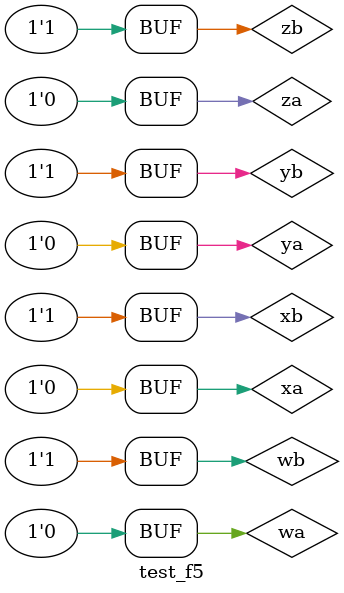
<source format=v>


module f5a ( output s,
input X,
input Y,
input W,
input Z );

// Teste descrito por expressao

assign s = (X | ~Y | W | Z) & (~X | Y | W | Z) & (~X | Y | W | ~Z) & (~X | Y | ~W | Z) & (~X | ~Y | W | Z);
endmodule // f5a

module f5b ( output s,
input X,
input Y,
input W,
input Z );

// Teste descrito por expressao

assign s = (~Y | W | Z) & (~X | Y | W) & (~X | Y | Z);
endmodule // f5b

module test_f5;

    // ------------------------- definir dados

    reg xa;
    reg ya;
    reg wa;
    reg za;
    
    reg xb;
    reg yb;
    reg wb;
    reg zb;

    wire a,b;
    f5a moduloA ( a, xa, ya, wa, za );
    f5b moduloB ( b, xb, yb, wb, zb );
    

    // ------------------------- parte principal

    initial
    begin : main
        $display("Guia_06 Q04 letra B - Marcus Prado Silva - 753117");
        $display("Sem Simplificar");
        $display("   x   y   w   z   s ");
        
        // projetar testes do modulo

        $monitor("%4b%4b%4b%4b%4b", xa, ya, wa, za, a);
        xa = 1'b0; ya = 1'b0;wa = 1'b0;za = 1'b0;
        #1 xa = 1'b0; ya = 1'b0;wa = 1'b0;za = 1'b1;
        #1 xa = 1'b0; ya = 1'b0;wa = 1'b1;za = 1'b0;
        #1 xa = 1'b0; ya = 1'b0;wa = 1'b1;za = 1'b1;
        #1 xa = 1'b0; ya = 1'b1;wa = 1'b0;za = 1'b0;
        #1 xa = 1'b0; ya = 1'b1;wa = 1'b0;za = 1'b1;
        #1 xa = 1'b0; ya = 1'b1;wa = 1'b1;za = 1'b0;
        #1 xa = 1'b0; ya = 1'b1;wa = 1'b1;za = 1'b1;
        #1 xa = 1'b1; ya = 1'b0;wa = 1'b0;za = 1'b0;
        #1 xa = 1'b1; ya = 1'b0;wa = 1'b0;za = 1'b1;
        #1 xa = 1'b1; ya = 1'b0;wa = 1'b1;za = 1'b0;
        #1 xa = 1'b1; ya = 1'b0;wa = 1'b1;za = 1'b1;
        #1 xa = 1'b1; ya = 1'b1;wa = 1'b0;za = 1'b0;
        #1 xa = 1'b1; ya = 1'b1;wa = 1'b0;za = 1'b1;
        #1 xa = 1'b1; ya = 1'b1;wa = 1'b1;za = 1'b0;
        #1 xa = 1'b1; ya = 1'b1;wa = 1'b1;za = 1'b1;
        #1 xa = 1'b0; ya = 1'b0;wa = 1'b0;za = 1'b0;

        
        
        $display("\n Simplificado");
        $display("   x   y   w   z   s ");
        
        // projetar testes do modulo

        $monitor("%4b%4b%4b%4b%4b", xb, yb, wb, zb, b);
        xb = 1'b0; yb = 1'b0;wb = 1'b0;zb = 1'b0;
        #1 xb = 1'b0; yb = 1'b0;wb = 1'b0;zb = 1'b1;
        #1 xb = 1'b0; yb = 1'b0;wb = 1'b1;zb = 1'b0;
        #1 xb = 1'b0; yb = 1'b0;wb = 1'b1;zb = 1'b1;
        #1 xb = 1'b0; yb = 1'b1;wb = 1'b0;zb = 1'b0;
        #1 xb = 1'b0; yb = 1'b1;wb = 1'b0;zb = 1'b1;
        #1 xb = 1'b0; yb = 1'b1;wb = 1'b1;zb = 1'b0;
        #1 xb = 1'b0; yb = 1'b1;wb = 1'b1;zb = 1'b1;
        #1 xb = 1'b1; yb = 1'b0;wb = 1'b0;zb = 1'b0;
        #1 xb = 1'b1; yb = 1'b0;wb = 1'b0;zb = 1'b1;
        #1 xb = 1'b1; yb = 1'b0;wb = 1'b1;zb = 1'b0;
        #1 xb = 1'b1; yb = 1'b0;wb = 1'b1;zb = 1'b1;
        #1 xb = 1'b1; yb = 1'b1;wb = 1'b0;zb = 1'b0;
        #1 xb = 1'b1; yb = 1'b1;wb = 1'b0;zb = 1'b1;
        #1 xb = 1'b1; yb = 1'b1;wb = 1'b1;zb = 1'b0;
        #1 xb = 1'b1; yb = 1'b1;wb = 1'b1;zb = 1'b1;
    end
    
endmodule // test_f5
</source>
